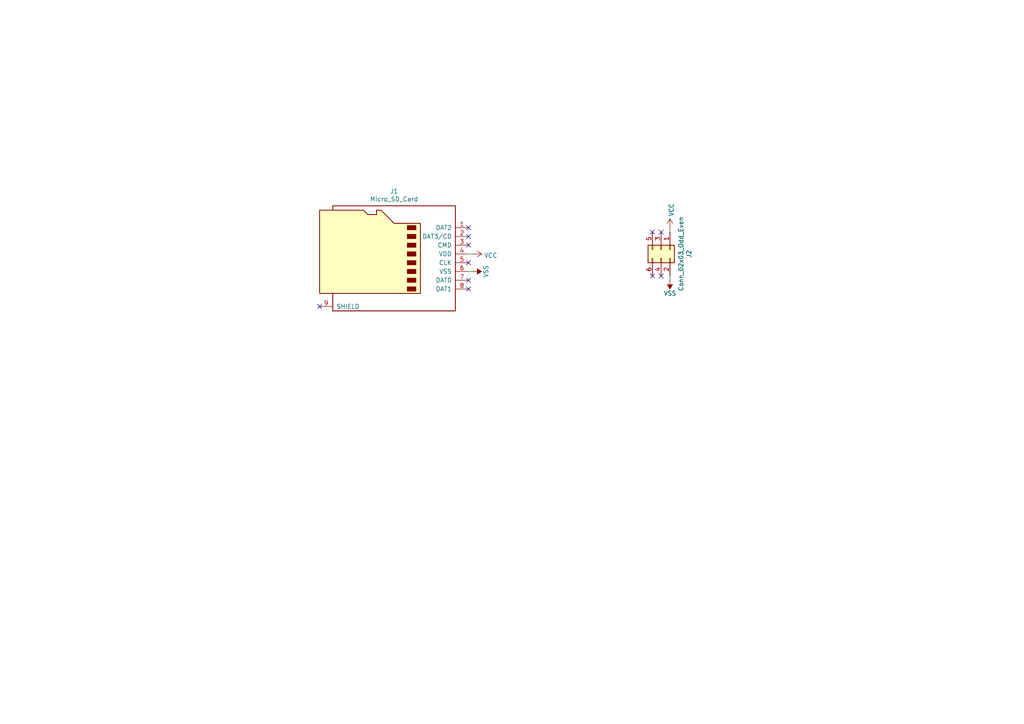
<source format=kicad_sch>
(kicad_sch (version 20210126) (generator eeschema)
  (paper "A4")
  (lib_symbols
    (symbol "Connector:Micro_SD_Card" (pin_names (offset 1.016))
      (property "Reference" "J" (at -16.51 15.24 0))
      (property "Value" "Micro_SD_Card" (at 16.51 15.24 0))
      (symbol "Micro_SD_Card_0_1"
        (rectangle (start -7.62 -9.525) (end -5.08 -10.795) (fill (type outline)))
        (rectangle (start -7.62 -6.985) (end -5.08 -8.255) (fill (type outline)))
        (rectangle (start -7.62 -4.445) (end -5.08 -5.715) (fill (type outline)))
        (rectangle (start -7.62 -1.905) (end -5.08 -3.175) (fill (type outline)))
        (rectangle (start -7.62 0.635) (end -5.08 -0.635) (fill (type outline)))
        (rectangle (start -7.62 3.175) (end -5.08 1.905) (fill (type outline)))
        (rectangle (start -7.62 5.715) (end -5.08 4.445) (fill (type outline)))
        (rectangle (start -7.62 8.255) (end -5.08 6.985) (fill (type outline)))
        (polyline (pts (xy 16.51 12.7) (xy 16.51 13.97) (xy -19.05 13.97) (xy -19.05 -16.51) (xy 16.51 -16.51) (xy 16.51 -11.43)) (stroke (width 0.254)))
        (polyline (pts (xy -8.89 -11.43) (xy -8.89 8.89) (xy -1.27 8.89) (xy 2.54 12.7) (xy 3.81 12.7) (xy 3.81 11.43) (xy 6.35 11.43) (xy 7.62 12.7) (xy 20.32 12.7) (xy 20.32 -11.43) (xy -8.89 -11.43)) (stroke (width 0.254)) (fill (type background)))
      )
      (symbol "Micro_SD_Card_1_1"
        (pin bidirectional line (at -22.86 7.62 0) (length 3.81) (name "DAT2") (number "1"))
        (pin bidirectional line (at -22.86 5.08 0) (length 3.81) (name "DAT3/CD") (number "2"))
        (pin input line (at -22.86 2.54 0) (length 3.81) (name "CMD") (number "3"))
        (pin power_in line (at -22.86 0 0) (length 3.81) (name "VDD") (number "4"))
        (pin input line (at -22.86 -2.54 0) (length 3.81) (name "CLK") (number "5"))
        (pin power_in line (at -22.86 -5.08 0) (length 3.81) (name "VSS") (number "6"))
        (pin bidirectional line (at -22.86 -7.62 0) (length 3.81) (name "DAT0") (number "7"))
        (pin bidirectional line (at -22.86 -10.16 0) (length 3.81) (name "DAT1") (number "8"))
        (pin passive line (at 20.32 -15.24 180) (length 3.81) (name "SHIELD") (number "9"))
      )
    )
    (symbol "Connector_Generic:Conn_02x03_Odd_Even" (pin_names (offset 1.016) hide)
      (property "Reference" "J" (at 1.27 5.08 0))
      (property "Value" "Conn_02x03_Odd_Even" (at 1.27 -5.08 0))
      (symbol "Conn_02x03_Odd_Even_1_1"
        (rectangle (start -1.27 -2.413) (end 0 -2.667) (stroke (width 0.1524)))
        (rectangle (start -1.27 2.667) (end 0 2.413) (stroke (width 0.1524)))
        (rectangle (start -1.27 3.81) (end 3.81 -3.81) (stroke (width 0.254)) (fill (type background)))
        (rectangle (start -1.27 0.127) (end 0 -0.127) (stroke (width 0.1524)))
        (rectangle (start 3.81 -2.413) (end 2.54 -2.667) (stroke (width 0.1524)))
        (rectangle (start 3.81 2.667) (end 2.54 2.413) (stroke (width 0.1524)))
        (rectangle (start 3.81 0.127) (end 2.54 -0.127) (stroke (width 0.1524)))
        (pin passive line (at -5.08 2.54 0) (length 3.81) (name "Pin_1") (number "1"))
        (pin passive line (at 7.62 2.54 180) (length 3.81) (name "Pin_2") (number "2"))
        (pin passive line (at -5.08 0 0) (length 3.81) (name "Pin_3") (number "3"))
        (pin passive line (at 7.62 0 180) (length 3.81) (name "Pin_4") (number "4"))
        (pin passive line (at -5.08 -2.54 0) (length 3.81) (name "Pin_5") (number "5"))
        (pin passive line (at 7.62 -2.54 180) (length 3.81) (name "Pin_6") (number "6"))
      )
    )
    (symbol "power:VCC" (power) (pin_names (offset 0))
      (property "Value" "VCC" (at 0 3.81 0))
      (symbol "VCC_0_1"
        (polyline (pts (xy -0.762 1.27) (xy 0 2.54)))
        (polyline (pts (xy 0 0) (xy 0 2.54)))
        (polyline (pts (xy 0 2.54) (xy 0.762 1.27)))
      )
      (symbol "VCC_1_1"
        (pin power_in line (at 0 0 90) (length 0) hide (name "VCC") (number "1"))
      )
    )
    (symbol "power:VSS" (power) (pin_names (offset 0))
      (property "Value" "VSS" (at 0 3.81 0))
      (symbol "VSS_0_1"
        (polyline (pts (xy 0 0) (xy 0 2.54)))
        (polyline (pts (xy 0.762 1.27) (xy -0.762 1.27) (xy 0 2.54) (xy 0.762 1.27)) (fill (type outline)))
      )
      (symbol "VSS_1_1"
        (pin power_in line (at 0 0 90) (length 0) hide (name "VSS") (number "1"))
      )
    )
  )
  (no_connect (at 92.71 88.9))
  (no_connect (at 135.89 66.04))
  (no_connect (at 135.89 68.58))
  (no_connect (at 135.89 71.12))
  (no_connect (at 135.89 76.2))
  (no_connect (at 135.89 81.28))
  (no_connect (at 135.89 83.82))
  (no_connect (at 189.23 67.31))
  (no_connect (at 189.23 80.01))
  (no_connect (at 191.77 67.31))
  (no_connect (at 191.77 80.01))
  (wire (pts (xy 135.89 73.66) (xy 137.16 73.66)))
  (wire (pts (xy 135.89 78.74) (xy 137.16 78.74)))
  (wire (pts (xy 194.31 67.31) (xy 194.31 66.04)))
  (wire (pts (xy 194.31 81.28) (xy 194.31 80.01)))
  (symbol (lib_id "power:VCC") (at 137.16 73.66 270) (unit 1)
    (property "Reference" "#PWR0104" (effects hide))
    (property "Value" "VCC" (at 140.4112 74.0918 90) (effects (justify left)))
  )
  (symbol (lib_id "power:VSS") (at 137.16 78.74 270) (unit 1)
    (property "Reference" "#PWR0103" (effects hide))
    (property "Value" "VSS" (at 140.97 78.74 0))
  )
  (symbol (lib_id "power:VCC") (at 194.31 66.04 0) (unit 1)
    (property "Reference" "#PWR0102" (effects hide))
    (property "Value" "VCC" (at 194.7418 62.7888 90) (effects (justify left)))
  )
  (symbol (lib_id "power:VSS") (at 194.31 81.28 180) (unit 1)
    (property "Reference" "#PWR0101" (effects hide))
    (property "Value" "VSS" (at 194.31 85.09 0))
  )
  (symbol (lib_id "Connector_Generic:Conn_02x03_Odd_Even") (at 191.77 72.39 270) (unit 1)
    (property "Reference" "J2" (at 199.8218 73.66 0))
    (property "Value" "Conn_02x03_Odd_Even" (at 197.5104 73.66 0))
    (property "Footprint" "Connector_PinHeader_2.54mm:PinHeader_2x03_P2.54mm_Vertical" (effects hide))
  )
  (symbol (lib_id "Connector:Micro_SD_Card") (at 113.03 73.66 0) (mirror y) (unit 1)
    (property "Reference" "J1" (at 114.3 55.4482 0))
    (property "Value" "Micro_SD_Card" (at 114.3 57.7596 0))
    (property "Footprint" "Voltlog:microSD_card" (effects hide))
    (property "Datasheet" "http://katalog.we-online.de/em/datasheet/693072010801.pdf" (effects hide))
  )
)
</source>
